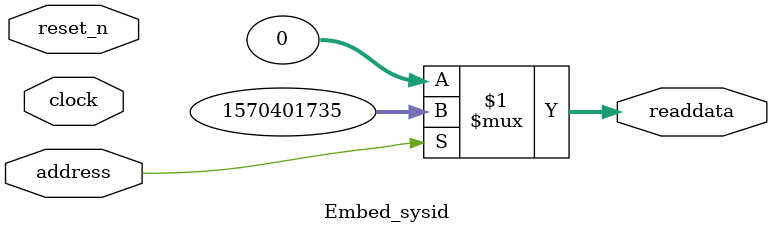
<source format=v>



// synthesis translate_off
`timescale 1ns / 1ps
// synthesis translate_on

// turn off superfluous verilog processor warnings 
// altera message_level Level1 
// altera message_off 10034 10035 10036 10037 10230 10240 10030 

module Embed_sysid (
               // inputs:
                address,
                clock,
                reset_n,

               // outputs:
                readdata
             )
;

  output  [ 31: 0] readdata;
  input            address;
  input            clock;
  input            reset_n;

  wire    [ 31: 0] readdata;
  //control_slave, which is an e_avalon_slave
  assign readdata = address ? 1570401735 : 0;

endmodule



</source>
